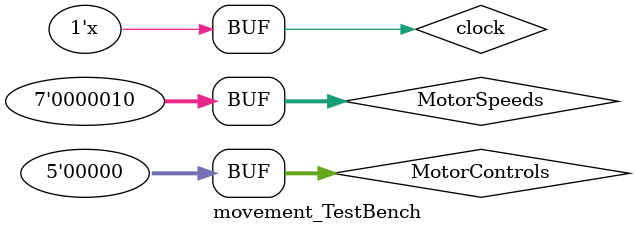
<source format=v>
`timescale 1ns / 1ps

module movement_TestBench;
    reg clock;
    reg [6:0] MotorSpeeds;
    reg [4:0] MotorControls;
    wire EnableA, EnableB;
    wire IN1, IN2, IN3, IN4;
    wire [7:0] Segments;
    wire [3:0] Digits;
    
    movement UUT(clock, MotorSpeeds, MotorControls, EnableA, EnableB, IN1, IN2, IN3, IN4, Segments, Digits);
    
    initial begin
        clock = 1;
        MotorSpeeds = 0;
        MotorControls = 0;
        #100;
        MotorSpeeds = 1;
        MotorControls = 1;
        #100;
        MotorSpeeds = 2;
        MotorControls = 2;
        #100;
        MotorSpeeds = 2;
        MotorControls = 3;
        #100;
        MotorSpeeds = 4;
        MotorControls = 0;
        #100;
        MotorSpeeds = 5;
        MotorControls = 4;
        #100;
        MotorSpeeds = 6;
        MotorControls = 1;
        #100
        MotorSpeeds = 2;
        MotorControls = 0;
        #100;
     end 
     
     always begin
     #1 clock = ~clock;
     end
     
endmodule
</source>
